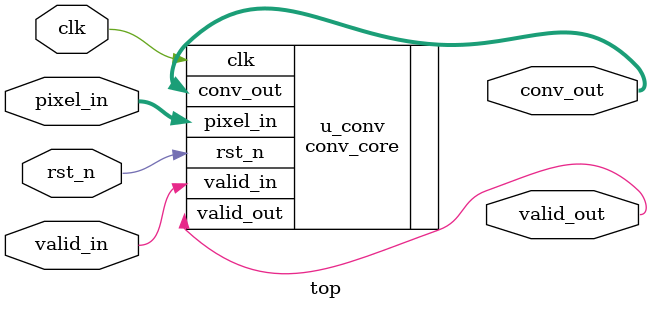
<source format=v>
module top (
    input clk,
    input rst_n,
    input [7:0] pixel_in,
    input valid_in,
    output [7:0] conv_out,
    output valid_out
);

    conv_core #(
        .DATA_WIDTH(8),
        .KERNEL_SIZE(3)
    ) u_conv (
        .clk(clk),
        .rst_n(rst_n),
        .pixel_in(pixel_in),
        .valid_in(valid_in),
        .conv_out(conv_out),
        .valid_out(valid_out)
    );

endmodule
</source>
